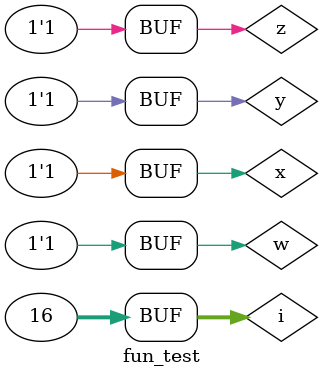
<source format=v>
module fun_test;
wire f;
reg w,x,y,z;
integer i;
fun inst(w,x,y,z,f);
initial begin
for(i=0;i<16;i=i+1)
begin
{w,x,y,z}=i;
#20;
end
end
endmodule

</source>
